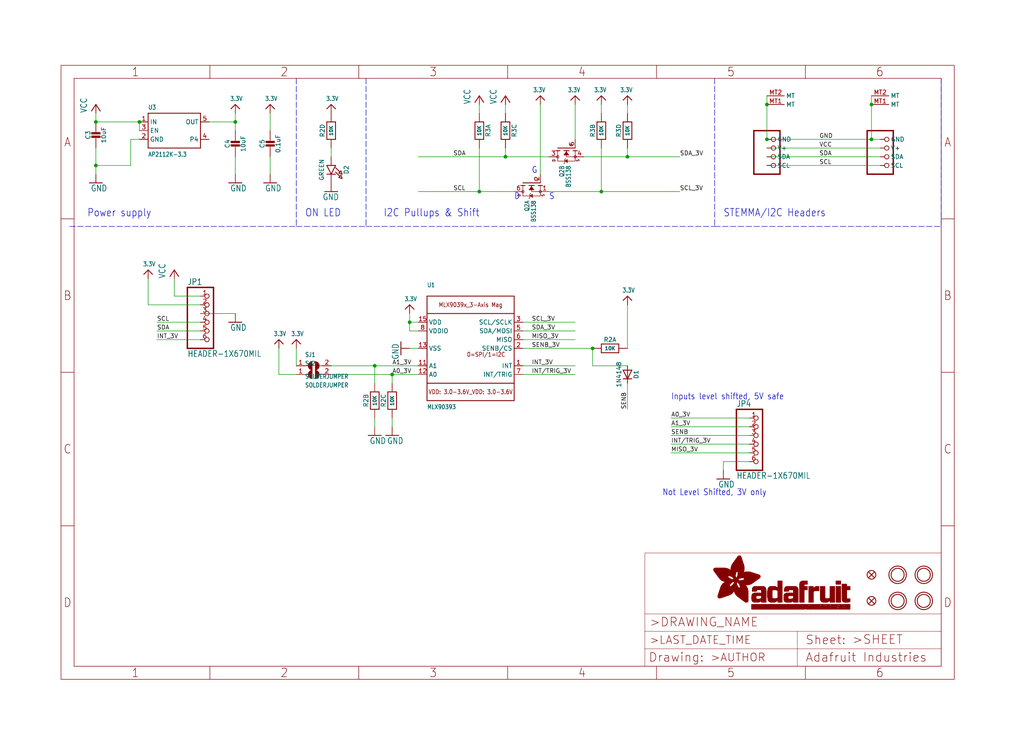
<source format=kicad_sch>
(kicad_sch (version 20211123) (generator eeschema)
  (paper "User" 298.45 217.881)
  (lib_symbols
    (symbol "eagleSchem-eagle-import:3.3V" (power)
      (property "Value" "3.3V" (at -1.524 1.016 0))
      (symbol "3.3V_1_0"
        (pin power_in line (at 0 -2.54 90) (length 2.54) (name "3.3V") (number "1"))
      )
    )
    (symbol "eagleSchem-eagle-import:CAP_CERAMIC0603_NO"
      (property "Reference" "C" (at -2.29 1.25 90))
      (property "Value" "CAP_CERAMIC0603_NO" (at 2.3 1.25 90))
      (symbol "CAP_CERAMIC0603_NO_1_0"
        (pin passive line (at 0 5.08 270) (length 2.54) (name "1") (number "1"))
        (pin passive line (at 0 -2.54 90) (length 2.54) (name "2") (number "2"))
      )
    )
    (symbol "eagleSchem-eagle-import:CAP_CERAMIC0805-NOOUTLINE"
      (property "Reference" "C" (at -2.29 1.25 90))
      (property "Value" "CAP_CERAMIC0805-NOOUTLINE" (at 2.3 1.25 90))
      (symbol "CAP_CERAMIC0805-NOOUTLINE_1_0"
        (pin passive line (at 0 5.08 270) (length 2.54) (name "1") (number "1"))
        (pin passive line (at 0 -2.54 90) (length 2.54) (name "2") (number "2"))
      )
    )
    (symbol "eagleSchem-eagle-import:DIODE_SOD323MINI"
      (property "Reference" "D" (at 0 2.54 0))
      (property "Value" "DIODE_SOD323MINI" (at 0 -2.5 0))
      (symbol "DIODE_SOD323MINI_1_0"
        (pin passive line (at -2.54 0 0) (length 2.54) (name "A") (number "A"))
        (pin passive line (at 2.54 0 180) (length 2.54) (name "C") (number "C"))
      )
    )
    (symbol "eagleSchem-eagle-import:FIDUCIAL_1MM")
    (symbol "eagleSchem-eagle-import:FRAME_A4_ADAFRUIT"
      (symbol "FRAME_A4_ADAFRUIT_1_0"
        (text "1" (at 21.6958 1.905 0) (effects (font (size 2.54 2.286))))
        (text "1" (at 21.6958 177.165 0) (effects (font (size 2.54 2.286))))
        (text "2" (at 65.0875 1.905 0) (effects (font (size 2.54 2.286))))
        (text "2" (at 65.0875 177.165 0) (effects (font (size 2.54 2.286))))
        (text "3" (at 108.4792 1.905 0) (effects (font (size 2.54 2.286))))
        (text "3" (at 108.4792 177.165 0) (effects (font (size 2.54 2.286))))
        (text "4" (at 151.8708 1.905 0) (effects (font (size 2.54 2.286))))
        (text "4" (at 151.8708 177.165 0) (effects (font (size 2.54 2.286))))
        (text "5" (at 195.2625 1.905 0) (effects (font (size 2.54 2.286))))
        (text "5" (at 195.2625 177.165 0) (effects (font (size 2.54 2.286))))
        (text "6" (at 238.6542 1.905 0) (effects (font (size 2.54 2.286))))
        (text "6" (at 238.6542 177.165 0) (effects (font (size 2.54 2.286))))
        (text ">AUTHOR" (at 189.23 5.08 0) (effects (font (size 2.286 2.286)) (justify left bottom)))
        (text ">DRAWING_NAME" (at 171.45 15.24 0) (effects (font (size 2.54 2.54)) (justify left bottom)))
        (text ">LAST_DATE_TIME" (at 171.45 10.16 0) (effects (font (size 2.286 2.286)) (justify left bottom)))
        (text ">SHEET" (at 230.505 10.16 0) (effects (font (size 2.54 2.54)) (justify left bottom)))
        (text "A" (at 1.905 156.6863 0) (effects (font (size 2.54 2.286))))
        (text "A" (at 258.445 156.6863 0) (effects (font (size 2.54 2.286))))
        (text "Adafruit Industries" (at 216.916 4.953 0) (effects (font (size 2.54 2.54)) (justify left bottom)))
        (text "B" (at 1.905 111.9188 0) (effects (font (size 2.54 2.286))))
        (text "B" (at 258.445 111.9188 0) (effects (font (size 2.54 2.286))))
        (text "C" (at 1.905 67.1513 0) (effects (font (size 2.54 2.286))))
        (text "C" (at 258.445 67.1513 0) (effects (font (size 2.54 2.286))))
        (text "D" (at 1.905 22.3838 0) (effects (font (size 2.54 2.286))))
        (text "D" (at 258.445 22.3838 0) (effects (font (size 2.54 2.286))))
        (text "Drawing:" (at 171.196 4.953 0) (effects (font (size 2.54 2.54)) (justify left bottom)))
        (text "Sheet:" (at 216.916 10.033 0) (effects (font (size 2.54 2.54)) (justify left bottom)))
      )
    )
    (symbol "eagleSchem-eagle-import:GND" (power)
      (property "Value" "GND" (at -2.54 -2.54 0))
      (symbol "GND_1_0"
        (pin power_in line (at 0 2.54 270) (length 2.54) (name "GND") (number "1"))
      )
    )
    (symbol "eagleSchem-eagle-import:HEADER-1X670MIL"
      (property "Reference" "JP" (at -6.35 10.795 0))
      (property "Value" "HEADER-1X670MIL" (at -6.35 -10.16 0))
      (symbol "HEADER-1X670MIL_1_0"
        (pin passive inverted (at -2.54 7.62 0) (length 2.54) (name "1") (number "1"))
        (pin passive inverted (at -2.54 5.08 0) (length 2.54) (name "2") (number "2"))
        (pin passive inverted (at -2.54 2.54 0) (length 2.54) (name "3") (number "3"))
        (pin passive inverted (at -2.54 0 0) (length 2.54) (name "4") (number "4"))
        (pin passive inverted (at -2.54 -2.54 0) (length 2.54) (name "5") (number "5"))
        (pin passive inverted (at -2.54 -5.08 0) (length 2.54) (name "6") (number "6"))
      )
    )
    (symbol "eagleSchem-eagle-import:LED0603_NOOUTLINE"
      (property "Reference" "D" (at -1.27 4.445 0))
      (property "Value" "LED0603_NOOUTLINE" (at -1.27 -2.794 0))
      (symbol "LED0603_NOOUTLINE_1_0"
        (pin passive line (at -5.08 0 0) (length 2.54) (name "A") (number "A"))
        (pin passive line (at 2.54 0 180) (length 2.54) (name "C") (number "C"))
      )
    )
    (symbol "eagleSchem-eagle-import:MLX90393"
      (property "Reference" "U" (at -12.7 17.78 0))
      (property "Value" "MLX90393" (at -12.7 -17.78 0))
      (symbol "MLX90393_1_0"
        (text "0=SPI/1=I2C" (at 10.16 -2.54 0) (effects (font (size 1.27 1.0795)) (justify right bottom)))
        (text "MLX9039x_3-Axis Mag" (at 0 12.7 0) (effects (font (size 1.27 1.0795))))
        (text "VDD: 3.0-3.6V_VDD: 3.0-3.6V" (at 0 -12.7 0) (effects (font (size 1.27 1.0795))))
        (pin output line (at 15.24 -5.08 180) (length 2.54) (name "INT") (number "1"))
        (pin input line (at -15.24 -5.08 0) (length 2.54) (name "A1") (number "11"))
        (pin input line (at -15.24 -7.62 0) (length 2.54) (name "A0") (number "12"))
        (pin power_in line (at -15.24 0 0) (length 2.54) (name "VSS") (number "13"))
        (pin power_in line (at -15.24 7.62 0) (length 2.54) (name "VDD") (number "15"))
        (pin input line (at 15.24 0 180) (length 2.54) (name "SENB/CS") (number "2"))
        (pin input line (at 15.24 7.62 180) (length 2.54) (name "SCL/SCLK") (number "3"))
        (pin bidirectional line (at 15.24 5.08 180) (length 2.54) (name "SDA/MOSI") (number "5"))
        (pin output line (at 15.24 2.54 180) (length 2.54) (name "MISO") (number "6"))
        (pin bidirectional line (at 15.24 -7.62 180) (length 2.54) (name "INT/TRIG") (number "7"))
        (pin power_in line (at -15.24 5.08 0) (length 2.54) (name "VDDIO") (number "8"))
      )
    )
    (symbol "eagleSchem-eagle-import:MOSFET-N_DUAL"
      (property "Reference" "Q" (at 5.08 0.635 0))
      (property "Value" "MOSFET-N_DUAL" (at 5.08 -1.27 0))
      (symbol "MOSFET-N_DUAL_1_0"
        (text "D" (at 3.175 3.175 0) (effects (font (size 0.8128 0.6908)) (justify left bottom)))
        (text "G" (at -1.27 -1.905 0) (effects (font (size 0.8128 0.6908)) (justify left bottom)))
        (text "S" (at 3.175 -3.81 0) (effects (font (size 0.8128 0.6908)) (justify left bottom)))
        (pin bidirectional line (at 2.54 -5.08 90) (length 2.54) (name "S") (number "1"))
        (pin bidirectional line (at -2.54 -2.54 0) (length 2.54) (name "G") (number "2"))
        (pin bidirectional line (at 2.54 5.08 270) (length 2.54) (name "D") (number "6"))
      )
      (symbol "MOSFET-N_DUAL_2_0"
        (text "D" (at 3.175 3.175 0) (effects (font (size 0.8128 0.6908)) (justify left bottom)))
        (text "G" (at -1.27 -1.905 0) (effects (font (size 0.8128 0.6908)) (justify left bottom)))
        (text "S" (at 3.175 -3.81 0) (effects (font (size 0.8128 0.6908)) (justify left bottom)))
        (pin bidirectional line (at 2.54 5.08 270) (length 2.54) (name "D") (number "3"))
        (pin bidirectional line (at 2.54 -5.08 90) (length 2.54) (name "S") (number "4"))
        (pin bidirectional line (at -2.54 -2.54 0) (length 2.54) (name "G") (number "5"))
      )
    )
    (symbol "eagleSchem-eagle-import:MOUNTINGHOLE2.5")
    (symbol "eagleSchem-eagle-import:RESISTOR_4PACK"
      (property "Reference" "R" (at 0 2.54 0))
      (property "Value" "RESISTOR_4PACK" (at 0 0 0))
      (symbol "RESISTOR_4PACK_1_0"
        (pin passive line (at -5.08 0 0) (length 2.54) (name "1") (number "1"))
        (pin passive line (at 5.08 0 180) (length 2.54) (name "2") (number "8"))
      )
      (symbol "RESISTOR_4PACK_2_0"
        (pin passive line (at -5.08 0 0) (length 2.54) (name "1") (number "2"))
        (pin passive line (at 5.08 0 180) (length 2.54) (name "2") (number "7"))
      )
      (symbol "RESISTOR_4PACK_3_0"
        (pin passive line (at -5.08 0 0) (length 2.54) (name "1") (number "3"))
        (pin passive line (at 5.08 0 180) (length 2.54) (name "2") (number "6"))
      )
      (symbol "RESISTOR_4PACK_4_0"
        (pin passive line (at -5.08 0 0) (length 2.54) (name "1") (number "4"))
        (pin passive line (at 5.08 0 180) (length 2.54) (name "2") (number "5"))
      )
    )
    (symbol "eagleSchem-eagle-import:RESISTOR_4PACK_NO"
      (property "Reference" "R" (at 0 2.54 0))
      (property "Value" "RESISTOR_4PACK_NO" (at 0 0 0))
      (symbol "RESISTOR_4PACK_NO_1_0"
        (pin passive line (at -5.08 0 0) (length 2.54) (name "1") (number "1"))
        (pin passive line (at 5.08 0 180) (length 2.54) (name "2") (number "8"))
      )
      (symbol "RESISTOR_4PACK_NO_2_0"
        (pin passive line (at -5.08 0 0) (length 2.54) (name "1") (number "2"))
        (pin passive line (at 5.08 0 180) (length 2.54) (name "2") (number "7"))
      )
      (symbol "RESISTOR_4PACK_NO_3_0"
        (pin passive line (at -5.08 0 0) (length 2.54) (name "1") (number "3"))
        (pin passive line (at 5.08 0 180) (length 2.54) (name "2") (number "6"))
      )
      (symbol "RESISTOR_4PACK_NO_4_0"
        (pin passive line (at -5.08 0 0) (length 2.54) (name "1") (number "4"))
        (pin passive line (at 5.08 0 180) (length 2.54) (name "2") (number "5"))
      )
    )
    (symbol "eagleSchem-eagle-import:SOLDERJUMPER"
      (property "Reference" "SJ" (at -2.54 2.54 0))
      (property "Value" "SOLDERJUMPER" (at -2.54 -3.81 0))
      (symbol "SOLDERJUMPER_1_0"
        (pin passive line (at -5.08 0 0) (length 2.54) (name "1") (number "1"))
        (pin passive line (at 5.08 0 180) (length 2.54) (name "2") (number "2"))
      )
    )
    (symbol "eagleSchem-eagle-import:STEMMA_I2C_QT"
      (symbol "STEMMA_I2C_QT_1_0"
        (pin passive inverted (at 0 5.08 0) (length 2.54) (name "GND") (number "1"))
        (pin passive inverted (at 0 2.54 0) (length 2.54) (name "V+") (number "2"))
        (pin passive inverted (at 0 0 0) (length 2.54) (name "SDA") (number "3"))
        (pin passive inverted (at 0 -2.54 0) (length 2.54) (name "SCL") (number "4"))
      )
      (symbol "STEMMA_I2C_QT_2_0"
        (pin bidirectional line (at 0 0 0) (length 5.08) (name "MT") (number "MT1"))
      )
      (symbol "STEMMA_I2C_QT_3_0"
        (pin bidirectional line (at 0 0 0) (length 5.08) (name "MT") (number "MT2"))
      )
    )
    (symbol "eagleSchem-eagle-import:VCC" (power)
      (property "Value" "VCC" (at -2.54 -2.54 90))
      (symbol "VCC_1_0"
        (pin power_in line (at 0 -2.54 90) (length 2.54) (name "VCC") (number "1"))
      )
    )
    (symbol "eagleSchem-eagle-import:VREG_SOT23-5"
      (property "Reference" "U" (at -7.62 6.096 0))
      (property "Value" "VREG_SOT23-5" (at -7.62 -7.62 0))
      (symbol "VREG_SOT23-5_1_0"
        (pin power_in line (at -10.16 2.54 0) (length 2.54) (name "IN") (number "1"))
        (pin power_in line (at -10.16 -2.54 0) (length 2.54) (name "GND") (number "2"))
        (pin input line (at -10.16 0 0) (length 2.54) (name "EN") (number "3"))
        (pin bidirectional line (at 10.16 -2.54 180) (length 2.54) (name "P4") (number "4"))
        (pin power_in line (at 10.16 2.54 180) (length 2.54) (name "OUT") (number "5"))
      )
    )
  )
  (junction (at 175.26 55.88))
  (junction (at 254 30.48))
  (junction (at 172.72 101.6))
  (junction (at 182.88 45.72))
  (junction (at 27.94 35.56))
  (junction (at 139.7 55.88))
  (junction (at 254 40.64))
  (junction (at 40.64 35.56))
  (junction (at 119.38 93.98))
  (junction (at 223.52 30.48))
  (junction (at 114.3 109.22))
  (junction (at 109.22 106.68))
  (junction (at 147.32 45.72))
  (junction (at 223.52 40.64))
  (junction (at 27.94 48.26))
  (junction (at 68.58 35.56))
  (wire (pts (xy 58.42 91.44) (xy 68.58 91.44)))
  (wire (pts (xy 139.7 55.88) (xy 121.92 55.88)))
  (wire (pts (xy 139.7 43.18) (xy 139.7 55.88)))
  (wire (pts (xy 68.58 35.56) (xy 68.58 33.02)))
  (wire (pts (xy 119.38 93.98) (xy 119.38 91.44)))
  (wire (pts (xy 223.52 48.26) (xy 256.54 48.26)))
  (wire (pts (xy 38.1 48.26) (xy 27.94 48.26)))
  (wire (pts (xy 96.52 45.72) (xy 96.52 43.18)))
  (wire (pts (xy 157.48 50.8) (xy 157.48 30.48)))
  (wire (pts (xy 152.4 99.06) (xy 167.64 99.06)))
  (wire (pts (xy 147.32 33.02) (xy 147.32 30.48)))
  (wire (pts (xy 152.4 106.68) (xy 167.64 106.68)))
  (wire (pts (xy 147.32 45.72) (xy 121.92 45.72)))
  (wire (pts (xy 81.28 109.22) (xy 81.28 101.6)))
  (wire (pts (xy 254 27.94) (xy 254 30.48)))
  (wire (pts (xy 121.92 96.52) (xy 119.38 96.52)))
  (wire (pts (xy 114.3 121.92) (xy 114.3 124.46)))
  (wire (pts (xy 175.26 33.02) (xy 175.26 30.48)))
  (wire (pts (xy 27.94 48.26) (xy 27.94 43.18)))
  (polyline (pts (xy 208.28 66.04) (xy 274.32 66.04)))
  (wire (pts (xy 256.54 40.64) (xy 254 40.64)))
  (wire (pts (xy 182.88 111.76) (xy 182.88 119.38)))
  (wire (pts (xy 58.42 99.06) (xy 45.72 99.06)))
  (wire (pts (xy 86.36 109.22) (xy 81.28 109.22)))
  (wire (pts (xy 152.4 96.52) (xy 167.64 96.52)))
  (wire (pts (xy 152.4 93.98) (xy 167.64 93.98)))
  (wire (pts (xy 218.44 121.92) (xy 195.58 121.92)))
  (wire (pts (xy 40.64 35.56) (xy 27.94 35.56)))
  (wire (pts (xy 58.42 86.36) (xy 50.8 86.36)))
  (wire (pts (xy 38.1 40.64) (xy 38.1 48.26)))
  (wire (pts (xy 40.64 38.1) (xy 40.64 35.56)))
  (wire (pts (xy 139.7 30.48) (xy 139.7 33.02)))
  (wire (pts (xy 86.36 101.6) (xy 86.36 106.68)))
  (wire (pts (xy 27.94 48.26) (xy 27.94 50.8)))
  (wire (pts (xy 182.88 33.02) (xy 182.88 30.48)))
  (wire (pts (xy 256.54 45.72) (xy 223.52 45.72)))
  (wire (pts (xy 121.92 93.98) (xy 119.38 93.98)))
  (polyline (pts (xy 106.68 66.04) (xy 208.28 66.04)))
  (wire (pts (xy 50.8 86.36) (xy 50.8 81.28)))
  (wire (pts (xy 109.22 121.92) (xy 109.22 124.46)))
  (wire (pts (xy 109.22 106.68) (xy 96.52 106.68)))
  (wire (pts (xy 121.92 106.68) (xy 109.22 106.68)))
  (wire (pts (xy 60.96 35.56) (xy 68.58 35.56)))
  (wire (pts (xy 78.74 33.02) (xy 78.74 38.1)))
  (wire (pts (xy 182.88 101.6) (xy 182.88 88.9)))
  (wire (pts (xy 195.58 129.54) (xy 218.44 129.54)))
  (wire (pts (xy 114.3 109.22) (xy 114.3 111.76)))
  (wire (pts (xy 254 40.64) (xy 223.52 40.64)))
  (wire (pts (xy 152.4 101.6) (xy 172.72 101.6)))
  (wire (pts (xy 172.72 101.6) (xy 172.72 106.68)))
  (wire (pts (xy 223.52 27.94) (xy 223.52 30.48)))
  (wire (pts (xy 175.26 43.18) (xy 175.26 55.88)))
  (wire (pts (xy 43.18 88.9) (xy 43.18 81.28)))
  (wire (pts (xy 114.3 109.22) (xy 96.52 109.22)))
  (polyline (pts (xy 86.36 66.04) (xy 106.68 66.04)))
  (polyline (pts (xy 86.36 22.86) (xy 86.36 66.04)))
  (wire (pts (xy 68.58 35.56) (xy 68.58 38.1)))
  (wire (pts (xy 175.26 55.88) (xy 198.12 55.88)))
  (wire (pts (xy 78.74 45.72) (xy 78.74 50.8)))
  (wire (pts (xy 58.42 88.9) (xy 43.18 88.9)))
  (wire (pts (xy 149.86 55.88) (xy 139.7 55.88)))
  (wire (pts (xy 223.52 43.18) (xy 256.54 43.18)))
  (wire (pts (xy 195.58 132.08) (xy 218.44 132.08)))
  (wire (pts (xy 210.82 134.62) (xy 210.82 137.16)))
  (wire (pts (xy 119.38 96.52) (xy 119.38 93.98)))
  (wire (pts (xy 68.58 45.72) (xy 68.58 50.8)))
  (wire (pts (xy 40.64 40.64) (xy 38.1 40.64)))
  (wire (pts (xy 254 30.48) (xy 254 40.64)))
  (polyline (pts (xy 274.32 22.86) (xy 274.32 66.04)))
  (wire (pts (xy 121.92 109.22) (xy 114.3 109.22)))
  (wire (pts (xy 152.4 109.22) (xy 167.64 109.22)))
  (wire (pts (xy 218.44 134.62) (xy 210.82 134.62)))
  (wire (pts (xy 160.02 55.88) (xy 175.26 55.88)))
  (polyline (pts (xy 208.28 22.86) (xy 208.28 66.04)))
  (wire (pts (xy 182.88 43.18) (xy 182.88 45.72)))
  (wire (pts (xy 170.18 45.72) (xy 182.88 45.72)))
  (wire (pts (xy 160.02 45.72) (xy 147.32 45.72)))
  (wire (pts (xy 109.22 106.68) (xy 109.22 111.76)))
  (wire (pts (xy 167.64 40.64) (xy 167.64 30.48)))
  (polyline (pts (xy 20.32 66.04) (xy 86.36 66.04)))
  (wire (pts (xy 182.88 45.72) (xy 198.12 45.72)))
  (wire (pts (xy 172.72 106.68) (xy 182.88 106.68)))
  (wire (pts (xy 195.58 124.46) (xy 218.44 124.46)))
  (wire (pts (xy 58.42 96.52) (xy 45.72 96.52)))
  (wire (pts (xy 223.52 30.48) (xy 223.52 40.64)))
  (wire (pts (xy 147.32 43.18) (xy 147.32 45.72)))
  (polyline (pts (xy 106.68 22.86) (xy 106.68 66.04)))
  (wire (pts (xy 121.92 101.6) (xy 119.38 101.6)))
  (wire (pts (xy 27.94 33.02) (xy 27.94 35.56)))
  (wire (pts (xy 58.42 93.98) (xy 45.72 93.98)))
  (wire (pts (xy 195.58 127) (xy 218.44 127)))
  (text "ON LED" (at 88.9 63.5 180) (effects (font (size 2.1844 1.8567)) (justify left bottom)))
  (text "Not Level Shifted, 3V only~{}" (at 193.04 144.78 180) (effects (font (size 1.778 1.5113)) (justify left bottom)))
  (text "STEMMA/I2C Headers" (at 210.82 63.5 180) (effects (font (size 2.1844 1.8567)) (justify left bottom)))
  (text "D" (at 149.86 58.42 180) (effects (font (size 1.778 1.5113)) (justify left bottom)))
  (text "S" (at 160.02 58.42 180) (effects (font (size 1.778 1.5113)) (justify left bottom)))
  (text "I2C Pullups & Shift" (at 111.76 63.5 180) (effects (font (size 2.1844 1.8567)) (justify left bottom)))
  (text "Inputs level shifted, 5V safe~{}" (at 195.58 116.84 180) (effects (font (size 1.778 1.5113)) (justify left bottom)))
  (text "G" (at 154.94 50.8 180) (effects (font (size 1.778 1.5113)) (justify left bottom)))
  (text "Power supply" (at 25.4 63.5 180) (effects (font (size 2.1844 1.8567)) (justify left bottom)))
  (label "SCL_3V" (at 154.94 93.98 0) (effects (font (size 1.2446 1.2446))))
  (label "SCL" (at 132.08 55.88 0) (effects (font (size 1.2446 1.2446))))
  (label "SENB" (at 195.58 127 0) (effects (font (size 1.2446 1.2446))))
  (label "A1_3V" (at 114.3 106.68 0) (effects (font (size 1.2446 1.2446))))
  (label "MISO_3V" (at 195.58 132.08 0) (effects (font (size 1.2446 1.2446))))
  (label "SDA" (at 132.08 45.72 0) (effects (font (size 1.2446 1.2446))))
  (label "SENB" (at 182.88 119.38 90) (effects (font (size 1.2446 1.2446))))
  (label "SDA" (at 238.76 45.72 0) (effects (font (size 1.2446 1.2446))))
  (label "SCL" (at 45.72 93.98 0) (effects (font (size 1.2446 1.2446))))
  (label "INT/TRIG_3V" (at 154.94 109.22 0) (effects (font (size 1.2446 1.2446))))
  (label "INT/TRIG_3V" (at 195.58 129.54 0) (effects (font (size 1.2446 1.2446))))
  (label "SDA_3V" (at 198.12 45.72 0) (effects (font (size 1.2446 1.2446))))
  (label "SDA" (at 45.72 96.52 0) (effects (font (size 1.2446 1.2446))))
  (label "A1_3V" (at 195.58 124.46 0) (effects (font (size 1.2446 1.2446))))
  (label "SENB_3V" (at 154.94 101.6 0) (effects (font (size 1.2446 1.2446))))
  (label "GND" (at 238.76 40.64 0) (effects (font (size 1.2446 1.2446))))
  (label "A0_3V" (at 114.3 109.22 0) (effects (font (size 1.2446 1.2446))))
  (label "A0_3V" (at 195.58 121.92 0) (effects (font (size 1.2446 1.2446))))
  (label "SDA_3V" (at 154.94 96.52 0) (effects (font (size 1.2446 1.2446))))
  (label "VCC" (at 238.76 43.18 0) (effects (font (size 1.2446 1.2446))))
  (label "SCL" (at 238.76 48.26 0) (effects (font (size 1.2446 1.2446))))
  (label "INT_3V" (at 154.94 106.68 0) (effects (font (size 1.2446 1.2446))))
  (label "SCL_3V" (at 198.12 55.88 0) (effects (font (size 1.2446 1.2446))))
  (label "INT_3V" (at 45.72 99.06 0) (effects (font (size 1.2446 1.2446))))
  (label "MISO_3V" (at 154.94 99.06 0) (effects (font (size 1.2446 1.2446))))
  (symbol (lib_id "eagleSchem-eagle-import:STEMMA_I2C_QT") (at 254 30.48 0) (unit 2)
    (property "Reference" "CONN4" (effects hide))
    (property "Value" "STEMMA_I2C_QT" (effects hide))
    (property "Footprint" "eagleSchem:JST_SH4" (effects hide))
  )
  (symbol (lib_id "eagleSchem-eagle-import:RESISTOR_4PACK_NO") (at 177.8 101.6 0) (unit 1)
    (property "Reference" "R2" (at 177.8 99.06 0))
    (property "Value" "10K" (at 177.8 101.6 0) (effects (font (size 1.016 1.016) bold)))
    (property "Footprint" "eagleSchem:RESPACK_4X0603_NO" (effects hide))
  )
  (symbol (lib_id "eagleSchem-eagle-import:3.3V") (at 175.26 27.94 0) (mirror y) (unit 1)
    (property "Reference" "#U$29" (effects hide))
    (property "Value" "3.3V" (at 176.784 26.924 0) (effects (font (size 1.27 1.0795)) (justify left bottom)))
    (property "Footprint" "eagleSchem:" (effects hide))
  )
  (symbol (lib_id "eagleSchem-eagle-import:3.3V") (at 182.88 86.36 0) (unit 1)
    (property "Reference" "#U$4" (effects hide))
    (property "Value" "3.3V" (at 181.356 85.344 0) (effects (font (size 1.27 1.0795)) (justify left bottom)))
    (property "Footprint" "eagleSchem:" (effects hide))
  )
  (symbol (lib_id "eagleSchem-eagle-import:3.3V") (at 43.18 78.74 0) (unit 1)
    (property "Reference" "#U$32" (effects hide))
    (property "Value" "3.3V" (at 41.656 77.724 0) (effects (font (size 1.27 1.0795)) (justify left bottom)))
    (property "Footprint" "eagleSchem:" (effects hide))
  )
  (symbol (lib_id "eagleSchem-eagle-import:RESISTOR_4PACK") (at 147.32 38.1 270) (unit 3)
    (property "Reference" "R3" (at 149.86 38.1 0))
    (property "Value" "10K" (at 147.32 38.1 0) (effects (font (size 1.016 1.016) bold)))
    (property "Footprint" "eagleSchem:RESPACK_4X0603" (effects hide))
  )
  (symbol (lib_id "eagleSchem-eagle-import:CAP_CERAMIC0805-NOOUTLINE") (at 27.94 40.64 0) (unit 1)
    (property "Reference" "C3" (at 25.65 39.39 90))
    (property "Value" "10uF" (at 30.24 39.39 90))
    (property "Footprint" "eagleSchem:0805-NO" (effects hide))
  )
  (symbol (lib_id "eagleSchem-eagle-import:HEADER-1X670MIL") (at 220.98 129.54 0) (unit 1)
    (property "Reference" "JP4" (at 214.63 118.745 0) (effects (font (size 1.778 1.5113)) (justify left bottom)))
    (property "Value" "HEADER-1X670MIL" (at 214.63 139.7 0) (effects (font (size 1.778 1.5113)) (justify left bottom)))
    (property "Footprint" "eagleSchem:1X06_ROUND_70" (effects hide))
  )
  (symbol (lib_id "eagleSchem-eagle-import:GND") (at 68.58 93.98 0) (unit 1)
    (property "Reference" "#U$25" (effects hide))
    (property "Value" "GND" (at 67.056 96.52 0) (effects (font (size 1.778 1.5113)) (justify left bottom)))
    (property "Footprint" "eagleSchem:" (effects hide))
  )
  (symbol (lib_id "eagleSchem-eagle-import:STEMMA_I2C_QT") (at 223.52 45.72 0) (unit 1)
    (property "Reference" "CONN3" (effects hide))
    (property "Value" "STEMMA_I2C_QT" (effects hide))
    (property "Footprint" "eagleSchem:JST_SH4" (effects hide))
  )
  (symbol (lib_id "eagleSchem-eagle-import:HEADER-1X670MIL") (at 60.96 93.98 0) (unit 1)
    (property "Reference" "JP1" (at 54.61 83.185 0) (effects (font (size 1.778 1.5113)) (justify left bottom)))
    (property "Value" "HEADER-1X670MIL" (at 54.61 104.14 0) (effects (font (size 1.778 1.5113)) (justify left bottom)))
    (property "Footprint" "eagleSchem:1X06_ROUND_70" (effects hide))
  )
  (symbol (lib_id "eagleSchem-eagle-import:GND") (at 96.52 55.88 0) (unit 1)
    (property "Reference" "#GND6" (effects hide))
    (property "Value" "GND" (at 93.98 58.42 0) (effects (font (size 1.778 1.5113)) (justify left bottom)))
    (property "Footprint" "eagleSchem:" (effects hide))
  )
  (symbol (lib_id "eagleSchem-eagle-import:STEMMA_I2C_QT") (at 254 27.94 0) (unit 3)
    (property "Reference" "CONN4" (effects hide))
    (property "Value" "STEMMA_I2C_QT" (effects hide))
    (property "Footprint" "eagleSchem:JST_SH4" (effects hide))
  )
  (symbol (lib_id "eagleSchem-eagle-import:MOUNTINGHOLE2.5") (at 261.62 175.26 0) (unit 1)
    (property "Reference" "U$33" (effects hide))
    (property "Value" "MOUNTINGHOLE2.5" (effects hide))
    (property "Footprint" "eagleSchem:MOUNTINGHOLE_2.5_PLATED" (effects hide))
  )
  (symbol (lib_id "eagleSchem-eagle-import:GND") (at 27.94 53.34 0) (unit 1)
    (property "Reference" "#U$20" (effects hide))
    (property "Value" "GND" (at 26.416 55.88 0) (effects (font (size 1.778 1.5113)) (justify left bottom)))
    (property "Footprint" "eagleSchem:" (effects hide))
  )
  (symbol (lib_id "eagleSchem-eagle-import:FRAME_A4_ADAFRUIT") (at 17.78 198.12 0) (unit 1)
    (property "Reference" "#U$35" (effects hide))
    (property "Value" "FRAME_A4_ADAFRUIT" (effects hide))
    (property "Footprint" "eagleSchem:" (effects hide))
  )
  (symbol (lib_id "eagleSchem-eagle-import:STEMMA_I2C_QT") (at 223.52 27.94 0) (unit 3)
    (property "Reference" "CONN3" (effects hide))
    (property "Value" "STEMMA_I2C_QT" (effects hide))
    (property "Footprint" "eagleSchem:JST_SH4" (effects hide))
  )
  (symbol (lib_id "eagleSchem-eagle-import:FIDUCIAL_1MM") (at 254 167.64 0) (unit 1)
    (property "Reference" "FID4" (effects hide))
    (property "Value" "FIDUCIAL_1MM" (effects hide))
    (property "Footprint" "eagleSchem:FIDUCIAL_1MM" (effects hide))
  )
  (symbol (lib_id "eagleSchem-eagle-import:MOUNTINGHOLE2.5") (at 269.24 175.26 0) (unit 1)
    (property "Reference" "U$37" (effects hide))
    (property "Value" "MOUNTINGHOLE2.5" (effects hide))
    (property "Footprint" "eagleSchem:MOUNTINGHOLE_2.5_PLATED" (effects hide))
  )
  (symbol (lib_id "eagleSchem-eagle-import:3.3V") (at 96.52 30.48 0) (unit 1)
    (property "Reference" "#U$38" (effects hide))
    (property "Value" "3.3V" (at 94.996 29.464 0) (effects (font (size 1.27 1.0795)) (justify left bottom)))
    (property "Footprint" "eagleSchem:" (effects hide))
  )
  (symbol (lib_id "eagleSchem-eagle-import:3.3V") (at 167.64 27.94 0) (mirror y) (unit 1)
    (property "Reference" "#U$31" (effects hide))
    (property "Value" "3.3V" (at 169.164 26.924 0) (effects (font (size 1.27 1.0795)) (justify left bottom)))
    (property "Footprint" "eagleSchem:" (effects hide))
  )
  (symbol (lib_id "eagleSchem-eagle-import:GND") (at 114.3 127 0) (unit 1)
    (property "Reference" "#U$1" (effects hide))
    (property "Value" "GND" (at 112.776 129.54 0) (effects (font (size 1.778 1.5113)) (justify left bottom)))
    (property "Footprint" "eagleSchem:" (effects hide))
  )
  (symbol (lib_id "eagleSchem-eagle-import:3.3V") (at 81.28 99.06 0) (unit 1)
    (property "Reference" "#U$7" (effects hide))
    (property "Value" "3.3V" (at 79.756 98.044 0) (effects (font (size 1.27 1.0795)) (justify left bottom)))
    (property "Footprint" "eagleSchem:" (effects hide))
  )
  (symbol (lib_id "eagleSchem-eagle-import:MOSFET-N_DUAL") (at 154.94 53.34 90) (mirror x) (unit 1)
    (property "Reference" "Q2" (at 154.305 58.42 0) (effects (font (size 1.27 1.0795)) (justify left bottom)))
    (property "Value" "BSS138" (at 156.21 58.42 0) (effects (font (size 1.27 1.0795)) (justify left bottom)))
    (property "Footprint" "eagleSchem:SOT363" (effects hide))
  )
  (symbol (lib_id "eagleSchem-eagle-import:3.3V") (at 68.58 30.48 0) (unit 1)
    (property "Reference" "#U$27" (effects hide))
    (property "Value" "3.3V" (at 67.056 29.464 0) (effects (font (size 1.27 1.0795)) (justify left bottom)))
    (property "Footprint" "eagleSchem:" (effects hide))
  )
  (symbol (lib_id "eagleSchem-eagle-import:RESISTOR_4PACK") (at 139.7 38.1 270) (unit 1)
    (property "Reference" "R3" (at 142.24 38.1 0))
    (property "Value" "10K" (at 139.7 38.1 0) (effects (font (size 1.016 1.016) bold)))
    (property "Footprint" "eagleSchem:RESPACK_4X0603" (effects hide))
  )
  (symbol (lib_id "eagleSchem-eagle-import:RESISTOR_4PACK_NO") (at 109.22 116.84 90) (unit 2)
    (property "Reference" "R2" (at 106.68 116.84 0))
    (property "Value" "10K" (at 109.22 116.84 0) (effects (font (size 1.016 1.016) bold)))
    (property "Footprint" "eagleSchem:RESPACK_4X0603_NO" (effects hide))
  )
  (symbol (lib_id "eagleSchem-eagle-import:LED0603_NOOUTLINE") (at 96.52 50.8 270) (unit 1)
    (property "Reference" "D2" (at 100.965 49.53 0))
    (property "Value" "GREEN" (at 93.726 49.53 0))
    (property "Footprint" "eagleSchem:CHIPLED_0603_NOOUTLINE" (effects hide))
  )
  (symbol (lib_id "eagleSchem-eagle-import:CAP_CERAMIC0603_NO") (at 78.74 43.18 0) (unit 1)
    (property "Reference" "C5" (at 76.45 41.93 90))
    (property "Value" "0.1uF" (at 81.04 41.93 90))
    (property "Footprint" "eagleSchem:0603-NO" (effects hide))
  )
  (symbol (lib_id "eagleSchem-eagle-import:VCC") (at 147.32 27.94 0) (unit 1)
    (property "Reference" "#P+2" (effects hide))
    (property "Value" "VCC" (at 144.78 30.48 90) (effects (font (size 1.778 1.5113)) (justify left bottom)))
    (property "Footprint" "eagleSchem:" (effects hide))
  )
  (symbol (lib_id "eagleSchem-eagle-import:GND") (at 78.74 53.34 0) (unit 1)
    (property "Reference" "#U$24" (effects hide))
    (property "Value" "GND" (at 77.216 55.88 0) (effects (font (size 1.778 1.5113)) (justify left bottom)))
    (property "Footprint" "eagleSchem:" (effects hide))
  )
  (symbol (lib_id "eagleSchem-eagle-import:MOUNTINGHOLE2.5") (at 261.62 167.64 0) (unit 1)
    (property "Reference" "U$34" (effects hide))
    (property "Value" "MOUNTINGHOLE2.5" (effects hide))
    (property "Footprint" "eagleSchem:MOUNTINGHOLE_2.5_PLATED" (effects hide))
  )
  (symbol (lib_id "eagleSchem-eagle-import:SOLDERJUMPER") (at 91.44 106.68 0) (unit 1)
    (property "Reference" "SJ1" (at 88.9 104.14 0) (effects (font (size 1.27 1.0795)) (justify left bottom)))
    (property "Value" "SOLDERJUMPER" (at 88.9 110.49 0) (effects (font (size 1.27 1.0795)) (justify left bottom)))
    (property "Footprint" "eagleSchem:SOLDERJUMPER_ARROW_NOPASTE" (effects hide))
  )
  (symbol (lib_id "eagleSchem-eagle-import:RESISTOR_4PACK_NO") (at 114.3 116.84 90) (unit 3)
    (property "Reference" "R2" (at 111.76 116.84 0))
    (property "Value" "10K" (at 114.3 116.84 0) (effects (font (size 1.016 1.016) bold)))
    (property "Footprint" "eagleSchem:RESPACK_4X0603_NO" (effects hide))
  )
  (symbol (lib_id "eagleSchem-eagle-import:VREG_SOT23-5") (at 50.8 38.1 0) (unit 1)
    (property "Reference" "U3" (at 43.18 32.004 0) (effects (font (size 1.27 1.0795)) (justify left bottom)))
    (property "Value" "AP2112K-3.3" (at 43.18 45.72 0) (effects (font (size 1.27 1.0795)) (justify left bottom)))
    (property "Footprint" "eagleSchem:SOT23-5" (effects hide))
  )
  (symbol (lib_id "eagleSchem-eagle-import:MLX90393") (at 137.16 101.6 0) (unit 1)
    (property "Reference" "U1" (at 124.46 83.82 0) (effects (font (size 1.27 1.0795)) (justify left bottom)))
    (property "Value" "MLX90393" (at 124.46 119.38 0) (effects (font (size 1.27 1.0795)) (justify left bottom)))
    (property "Footprint" "eagleSchem:QFN16_3MM" (effects hide))
  )
  (symbol (lib_id "eagleSchem-eagle-import:3.3V") (at 119.38 88.9 0) (unit 1)
    (property "Reference" "#U$5" (effects hide))
    (property "Value" "3.3V" (at 117.856 87.884 0) (effects (font (size 1.27 1.0795)) (justify left bottom)))
    (property "Footprint" "eagleSchem:" (effects hide))
  )
  (symbol (lib_id "eagleSchem-eagle-import:MOUNTINGHOLE2.5") (at 269.24 167.64 0) (unit 1)
    (property "Reference" "U$36" (effects hide))
    (property "Value" "MOUNTINGHOLE2.5" (effects hide))
    (property "Footprint" "eagleSchem:MOUNTINGHOLE_2.5_PLATED" (effects hide))
  )
  (symbol (lib_id "eagleSchem-eagle-import:CAP_CERAMIC0805-NOOUTLINE") (at 68.58 43.18 0) (unit 1)
    (property "Reference" "C4" (at 66.29 41.93 90))
    (property "Value" "10uF" (at 70.88 41.93 90))
    (property "Footprint" "eagleSchem:0805-NO" (effects hide))
  )
  (symbol (lib_id "eagleSchem-eagle-import:VCC") (at 27.94 30.48 0) (unit 1)
    (property "Reference" "#P+3" (effects hide))
    (property "Value" "VCC" (at 25.4 33.02 90) (effects (font (size 1.778 1.5113)) (justify left bottom)))
    (property "Footprint" "eagleSchem:" (effects hide))
  )
  (symbol (lib_id "eagleSchem-eagle-import:STEMMA_I2C_QT") (at 256.54 45.72 0) (unit 1)
    (property "Reference" "CONN4" (effects hide))
    (property "Value" "STEMMA_I2C_QT" (effects hide))
    (property "Footprint" "eagleSchem:JST_SH4" (effects hide))
  )
  (symbol (lib_id "eagleSchem-eagle-import:3.3V") (at 86.36 99.06 0) (unit 1)
    (property "Reference" "#U$3" (effects hide))
    (property "Value" "3.3V" (at 84.836 98.044 0) (effects (font (size 1.27 1.0795)) (justify left bottom)))
    (property "Footprint" "eagleSchem:" (effects hide))
  )
  (symbol (lib_id "eagleSchem-eagle-import:VCC") (at 139.7 27.94 0) (unit 1)
    (property "Reference" "#P+1" (effects hide))
    (property "Value" "VCC" (at 137.16 30.48 90) (effects (font (size 1.778 1.5113)) (justify left bottom)))
    (property "Footprint" "eagleSchem:" (effects hide))
  )
  (symbol (lib_id "eagleSchem-eagle-import:GND") (at 109.22 127 0) (unit 1)
    (property "Reference" "#U$2" (effects hide))
    (property "Value" "GND" (at 107.696 129.54 0) (effects (font (size 1.778 1.5113)) (justify left bottom)))
    (property "Footprint" "eagleSchem:" (effects hide))
  )
  (symbol (lib_id "eagleSchem-eagle-import:RESISTOR_4PACK") (at 182.88 38.1 90) (mirror x) (unit 4)
    (property "Reference" "R3" (at 180.34 38.1 0))
    (property "Value" "10K" (at 182.88 38.1 0) (effects (font (size 1.016 1.016) bold)))
    (property "Footprint" "eagleSchem:RESPACK_4X0603" (effects hide))
  )
  (symbol (lib_id "eagleSchem-eagle-import:RESISTOR_4PACK_NO") (at 96.52 38.1 90) (unit 4)
    (property "Reference" "R2" (at 93.98 38.1 0))
    (property "Value" "10K" (at 96.52 38.1 0) (effects (font (size 1.016 1.016) bold)))
    (property "Footprint" "eagleSchem:RESPACK_4X0603_NO" (effects hide))
  )
  (symbol (lib_id "eagleSchem-eagle-import:3.3V") (at 78.74 30.48 0) (unit 1)
    (property "Reference" "#U$26" (effects hide))
    (property "Value" "3.3V" (at 77.216 29.464 0) (effects (font (size 1.27 1.0795)) (justify left bottom)))
    (property "Footprint" "eagleSchem:" (effects hide))
  )
  (symbol (lib_id "eagleSchem-eagle-import:GND") (at 116.84 101.6 270) (unit 1)
    (property "Reference" "#U$6" (effects hide))
    (property "Value" "GND" (at 114.3 100.076 0) (effects (font (size 1.778 1.5113)) (justify left bottom)))
    (property "Footprint" "eagleSchem:" (effects hide))
  )
  (symbol (lib_id "eagleSchem-eagle-import:GND") (at 210.82 139.7 0) (unit 1)
    (property "Reference" "#U$15" (effects hide))
    (property "Value" "GND" (at 209.296 142.24 0) (effects (font (size 1.778 1.5113)) (justify left bottom)))
    (property "Footprint" "eagleSchem:" (effects hide))
  )
  (symbol (lib_id "eagleSchem-eagle-import:3.3V") (at 182.88 27.94 0) (mirror y) (unit 1)
    (property "Reference" "#U$28" (effects hide))
    (property "Value" "3.3V" (at 184.404 26.924 0) (effects (font (size 1.27 1.0795)) (justify left bottom)))
    (property "Footprint" "eagleSchem:" (effects hide))
  )
  (symbol (lib_id "eagleSchem-eagle-import:STEMMA_I2C_QT") (at 223.52 30.48 0) (unit 2)
    (property "Reference" "CONN3" (effects hide))
    (property "Value" "STEMMA_I2C_QT" (effects hide))
    (property "Footprint" "eagleSchem:JST_SH4" (effects hide))
  )
  (symbol (lib_id "eagleSchem-eagle-import:SOLDERJUMPER") (at 91.44 109.22 0) (unit 1)
    (property "Reference" "SJ2" (at 88.9 106.68 0) (effects (font (size 1.27 1.0795)) (justify left bottom)))
    (property "Value" "SOLDERJUMPER" (at 88.9 113.03 0) (effects (font (size 1.27 1.0795)) (justify left bottom)))
    (property "Footprint" "eagleSchem:SOLDERJUMPER_ARROW_NOPASTE" (effects hide))
  )
  (symbol (lib_id "eagleSchem-eagle-import:GND") (at 68.58 53.34 0) (unit 1)
    (property "Reference" "#U$22" (effects hide))
    (property "Value" "GND" (at 67.056 55.88 0) (effects (font (size 1.778 1.5113)) (justify left bottom)))
    (property "Footprint" "eagleSchem:" (effects hide))
  )
  (symbol (lib_id "eagleSchem-eagle-import:VCC") (at 50.8 78.74 0) (unit 1)
    (property "Reference" "#P+4" (effects hide))
    (property "Value" "VCC" (at 48.26 81.28 90) (effects (font (size 1.778 1.5113)) (justify left bottom)))
    (property "Footprint" "eagleSchem:" (effects hide))
  )
  (symbol (lib_id "eagleSchem-eagle-import:RESISTOR_4PACK") (at 175.26 38.1 90) (mirror x) (unit 2)
    (property "Reference" "R3" (at 172.72 38.1 0))
    (property "Value" "10K" (at 175.26 38.1 0) (effects (font (size 1.016 1.016) bold)))
    (property "Footprint" "eagleSchem:RESPACK_4X0603" (effects hide))
  )
  (symbol (lib_id "eagleSchem-eagle-import:DIODE_SOD323MINI") (at 182.88 109.22 270) (unit 1)
    (property "Reference" "D1" (at 185.42 109.22 0))
    (property "Value" "1N4148" (at 180.38 109.22 0))
    (property "Footprint" "eagleSchem:SOD-323_MINI" (effects hide))
  )
  (symbol (lib_id "eagleSchem-eagle-import:MOSFET-N_DUAL") (at 165.1 43.18 90) (mirror x) (unit 2)
    (property "Reference" "Q2" (at 164.465 48.26 0) (effects (font (size 1.27 1.0795)) (justify left bottom)))
    (property "Value" "BSS138" (at 166.37 48.26 0) (effects (font (size 1.27 1.0795)) (justify left bottom)))
    (property "Footprint" "eagleSchem:SOT363" (effects hide))
  )
  (symbol (lib_id "eagleSchem-eagle-import:FIDUCIAL_1MM") (at 254 175.26 0) (unit 1)
    (property "Reference" "FID2" (effects hide))
    (property "Value" "FIDUCIAL_1MM" (effects hide))
    (property "Footprint" "eagleSchem:FIDUCIAL_1MM" (effects hide))
  )
  (symbol (lib_id "eagleSchem-eagle-import:3.3V") (at 157.48 27.94 0) (mirror y) (unit 1)
    (property "Reference" "#U$30" (effects hide))
    (property "Value" "3.3V" (at 159.004 26.924 0) (effects (font (size 1.27 1.0795)) (justify left bottom)))
    (property "Footprint" "eagleSchem:" (effects hide))
  )
)
</source>
